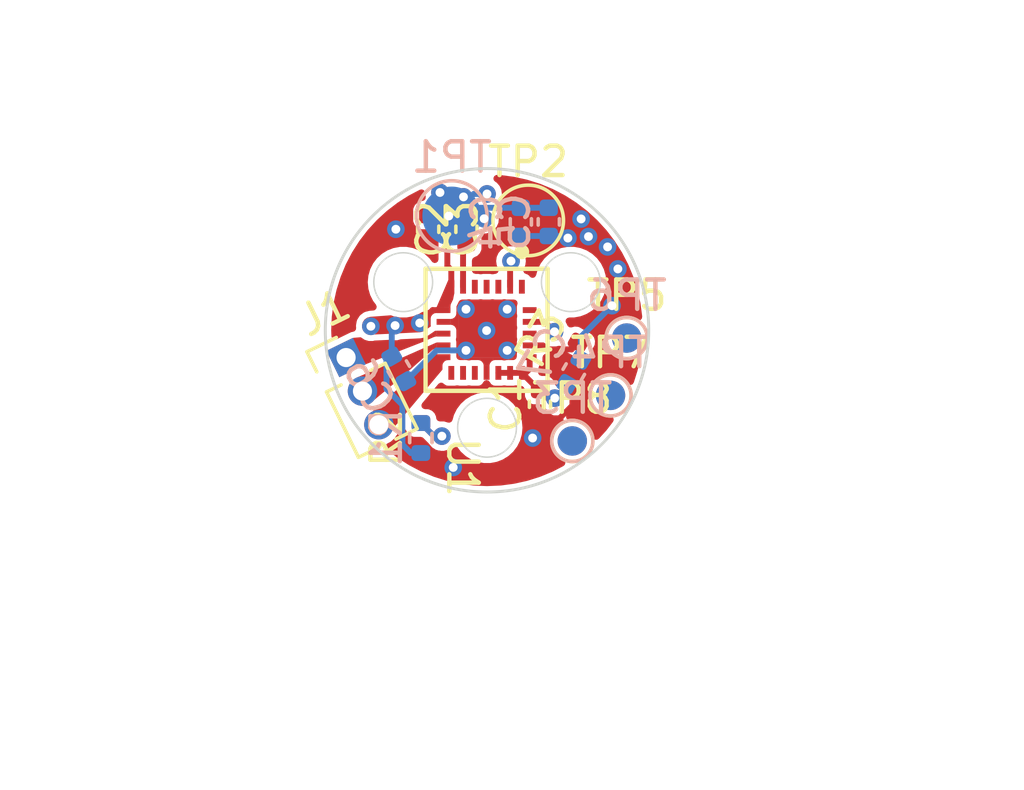
<source format=kicad_pcb>
(kicad_pcb (version 20240108) (generator "pcbnew") (generator_version "8.0")
  (layers (0 "F.Cu" signal) (1 "In1.Cu" signal) (2 "In2.Cu" signal) (31 "B.Cu" signal) (34 "B.Paste" user) (35 "F.Paste" user) (36 "B.SilkS" user "B.Silkscreen") (37 "F.SilkS" user "F.Silkscreen") (38 "B.Mask" user) (39 "F.Mask" user) (44 "Edge.Cuts" user))
  (net 0 "")
  (net 1 "+3.3V")
  (net 2 "GND")
  (net 3 "VDD")
  (net 4 "Net-(U1-CP)")
  (net 5 "Net-(J1-Pin_1)")
  (net 6 "Net-(J1-Pin_3)")
  (net 7 "Net-(J1-Pin_2)")
  (net 8 "Net-(U1-SLEEP_N)")
  (net 9 "Net-(U1-GAIN)")
  (net 10 "Net-(U1-SOA)")
  (net 11 "Net-(U1-SOB)")
  (net 12 "Net-(U1-INHA)")
  (net 13 "Net-(U1-SOC)")
  (net 14 "Net-(U1-INHB)")
  (net 15 "Net-(U1-INHC)")
  (footprint "Capacitor_SMD:C_0402_1005Metric" (layer "F.Cu") (at 173.1 102.95 90)
    (property "Reference" "C1" (at 0 -1.16 90) (layer "F.SilkS"))
    (property "Value" "4.7uF")
    (fp_line (start -0.107836 -0.36) (end 0.107836 -0.36) (stroke (width 0.12)) (layer "F.SilkS"))
    (fp_line (start -0.107836 0.36) (end 0.107836 0.36) (stroke (width 0.12)) (layer "F.SilkS"))
    (pad "1" smd roundrect (at -0.48 0 90) (size 0.56 0.62) (layers "F.Cu" "F.Paste" "F.Mask") (net 2 "GND"))
    (pad "2" smd roundrect (at 0.48 0 90) (size 0.56 0.62) (layers "F.Cu" "F.Paste" "F.Mask") (net 1 "+3.3V"))
  )
  (footprint "TestPoint:TestPoint_Pad_D2.0mm" (layer "F.Cu") (at 172.7 96.7)
    (property "Reference" "TP2" (at 0 -1.998 0) (layer "F.SilkS"))
    (property "Value" "GND")
    (fp_circle (center 0 0) (end 0 1.2) (stroke (width 0.12)) (fill none) (layer "F.SilkS"))
    (pad "1" smd circle (at 0 0) (size 2 2) (layers "F.Cu" "F.Mask") (net 2 "GND"))
  )
  (footprint "Capacitor_SMD:C_0402_1005Metric" (layer "F.Cu") (at 169.3 97 -90)
    (property "Reference" "C3" (at 0 -1.16 90) (layer "F.SilkS"))
    (property "Value" "0.1uF, 16v")
    (fp_line (start -0.107836 0.36) (end 0.107836 0.36) (stroke (width 0.12)) (layer "F.SilkS"))
    (fp_line (start -0.107836 -0.36) (end 0.107836 -0.36) (stroke (width 0.12)) (layer "F.SilkS"))
    (pad "1" smd roundrect (at -0.48 0 270) (size 0.56 0.62) (layers "F.Cu" "F.Paste" "F.Mask") (net 3 "VDD"))
    (pad "2" smd roundrect (at 0.48 0 270) (size 0.56 0.62) (layers "F.Cu" "F.Paste" "F.Mask") (net 2 "GND"))
  )
  (footprint "custom_Driver_Motor:DRV8311_0.3mmVias" (layer "F.Cu") (at 171.284999 100.419999 -90)
    (property "Reference" "U1" (at 4.6736 0.8128 -90) (layer "F.SilkS"))
    (property "Value" "DRV8311HRRWR")
    (fp_line (start -2.075 2.075) (end 2.075 2.075) (stroke (width 0.15)) (layer "F.SilkS"))
    (fp_line (start -2.075 2.075) (end -2.075 -2.075) (stroke (width 0.15)) (layer "F.SilkS"))
    (fp_line (start 2.075 2.075) (end 2.075 -2.075) (stroke (width 0.15)) (layer "F.SilkS"))
    (fp_line (start -2.075 -2.075) (end 2.075 -2.075) (stroke (width 0.15)) (layer "F.SilkS"))
    (fp_circle (center -2.65 -1.2) (end -2.524999 -1.2) (stroke (width 0.25)) (fill none) (layer "F.SilkS"))
    (pad "1" smd rect (at -1.465001 -1.2) (size 0.2 0.469999) (layers "F.Cu" "F.Paste" "F.Mask"))
    (pad "2" smd rect (at -1.465001 -0.800001) (size 0.2 0.469999) (layers "F.Cu" "F.Paste" "F.Mask") (net 1 "+3.3V"))
    (pad "3" smd rect (at -1.465001 -0.399999) (size 0.2 0.469999) (layers "F.Cu" "F.Paste" "F.Mask") (net 13 "Net-(U1-SOC)"))
    (pad "4" smd rect (at -1.465001 0) (size 0.2 0.469999) (layers "F.Cu" "F.Paste" "F.Mask") (net 11 "Net-(U1-SOB)"))
    (pad "5" smd rect (at -1.465001 0.399999) (size 0.2 0.469999) (layers "F.Cu" "F.Paste" "F.Mask") (net 10 "Net-(U1-SOA)"))
    (pad "6" smd rect (at -1.465001 0.800001) (size 0.2 0.469999) (layers "F.Cu" "F.Paste" "F.Mask") (net 4 "Net-(U1-CP)"))
    (pad "7" smd rect (at -1.465001 1.2) (size 0.2 0.469999) (layers "F.Cu" "F.Paste" "F.Mask") (net 3 "VDD"))
    (pad "8" smd rect (at -0.670001 1.465001 270) (size 0.2 0.469999) (layers "F.Cu" "F.Paste" "F.Mask") (net 3 "VDD"))
    (pad "9" smd rect (at -0.269999 1.465001 270) (size 0.2 0.469999) (layers "F.Cu" "F.Paste" "F.Mask") (net 2 "GND"))
    (pad "10" smd rect (at 0.13 1.465001 270) (size 0.2 0.469999) (layers "F.Cu" "F.Paste" "F.Mask") (net 5 "Net-(J1-Pin_1)"))
    (pad "11" smd rect (at 0.529999 1.465001 270) (size 0.2 0.469999) (layers "F.Cu" "F.Paste" "F.Mask") (net 7 "Net-(J1-Pin_2)"))
    (pad "12" smd rect (at 0.930001 1.465001 270) (size 0.2 0.469999) (layers "F.Cu" "F.Paste" "F.Mask") (net 6 "Net-(J1-Pin_3)"))
    (pad "13" smd rect (at 1.465001 1.2) (size 0.2 0.469999) (layers "F.Cu" "F.Paste" "F.Mask") (net 15 "Net-(U1-INHC)"))
    (pad "14" smd rect (at 1.465001 0.800001) (size 0.2 0.469999) (layers "F.Cu" "F.Paste" "F.Mask") (net 14 "Net-(U1-INHB)"))
    (pad "15" smd rect (at 1.465001 0.399999) (size 0.2 0.469999) (layers "F.Cu" "F.Paste" "F.Mask") (net 12 "Net-(U1-INHA)"))
    (pad "16" smd rect (at 1.465001 0) (size 0.2 0.469999) (layers "F.Cu" "F.Paste" "F.Mask") (net 2 "GND"))
    (pad "17" smd rect (at 1.465001 -0.399999) (size 0.2 0.469999) (layers "F.Cu" "F.Paste" "F.Mask") (net 1 "+3.3V"))
    (pad "18" smd rect (at 1.465001 -0.800001) (size 0.2 0.469999) (layers "F.Cu" "F.Paste" "F.Mask") (net 1 "+3.3V"))
    (pad "19" smd rect (at 1.465001 -1.2) (size 0.2 0.469999) (layers "F.Cu" "F.Paste" "F.Mask") (net 1 "+3.3V"))
    (pad "20" smd rect (at 0.930001 -1.465001 270) (size 0.2 0.469999) (layers "F.Cu" "F.Paste" "F.Mask") (net 1 "+3.3V"))
    (pad "21" smd rect (at 0.529999 -1.465001 270) (size 0.2 0.469999) (layers "F.Cu" "F.Paste" "F.Mask") (net 9 "Net-(U1-GAIN)"))
    (pad "22" smd rect (at 0.13 -1.465001 270) (size 0.2 0.469999) (layers "F.Cu" "F.Paste" "F.Mask"))
    (pad "23" smd rect (at -0.269999 -1.465001 270) (size 0.2 0.469999) (layers "F.Cu" "F.Paste" "F.Mask") (net 1 "+3.3V"))
    (pad "24" smd rect (at -0.670001 -1.465001 270) (size 0.2 0.469999) (layers "F.Cu" "F.Paste" "F.Mask") (net 8 "Net-(U1-SLEEP_N)"))
    (pad "25" thru_hole circle (at -0.700001 -0.700001 270) (size 0.6 0.6) (drill 0.3) (layers "*.Cu" "*.Mask") (net 2 "GND"))
    (pad "25" thru_hole circle (at -0.700001 0.700001 270) (size 0.6 0.6) (drill 0.3) (layers "*.Cu" "*.Mask") (net 2 "GND"))
    (pad "25" smd rect (at 0 0 270) (size 1.899999 1.899999) (layers "F.Cu" "F.Mask") (net 2 "GND"))
    (pad "25" thru_hole circle (at 0.0254 0 270) (size 0.6 0.6) (drill 0.3) (layers "*.Cu" "*.Mask") (net 2 "GND"))
    (pad "25" thru_hole circle (at 0.700001 -0.700001 270) (size 0.6 0.6) (drill 0.3) (layers "*.Cu" "*.Mask") (net 2 "GND"))
    (pad "25" thru_hole circle (at 0.700001 0.700001 270) (size 0.6 0.6) (drill 0.3) (layers "*.Cu" "*.Mask") (net 2 "GND"))
  )
  (footprint "TestPoint:TestPoint_Pad_D1.0mm" (layer "F.Cu") (at 175.5 102.65)
    (property "Reference" "TP7" (at 0 -1.448 0) (layer "F.SilkS"))
    (property "Value" "B")
    (fp_circle (center 0 0) (end 0 0.7) (stroke (width 0.12)) (fill none) (layer "F.SilkS"))
    (pad "1" smd circle (at 0 0) (size 1 1) (layers "F.Cu" "F.Mask") (net 14 "Net-(U1-INHB)"))
  )
  (footprint "TestPoint:TestPoint_Pad_D1.0mm" (layer "F.Cu") (at 174.2 104.2)
    (property "Reference" "TP8" (at 0 -1.448 0) (layer "F.SilkS"))
    (property "Value" "C")
    (fp_circle (center 0 0) (end 0 0.7) (stroke (width 0.12)) (fill none) (layer "F.SilkS"))
    (pad "1" smd circle (at 0 0) (size 1 1) (layers "F.Cu" "F.Mask") (net 15 "Net-(U1-INHC)"))
  )
  (footprint "Resistor_SMD:R_0402_1005Metric" (layer "F.Cu") (at 174.15 101.3 60)
    (property "Reference" "R3" (at 0 -1.17 60) (layer "F.SilkS"))
    (property "Value" "47k")
    (fp_line (start -0.153641 -0.38) (end 0.153641 -0.38) (stroke (width 0.12)) (layer "F.SilkS"))
    (fp_line (start -0.153641 0.38) (end 0.153641 0.38) (stroke (width 0.12)) (layer "F.SilkS"))
    (pad "1" smd roundrect (at -0.51 0 60) (size 0.54 0.64) (layers "F.Cu" "F.Paste" "F.Mask") (net 2 "GND"))
    (pad "2" smd roundrect (at 0.51 0 60) (size 0.54 0.64) (layers "F.Cu" "F.Paste" "F.Mask") (net 9 "Net-(U1-GAIN)"))
  )
  (footprint "Capacitor_SMD:C_0402_1005Metric" (layer "F.Cu") (at 170.6 97 90)
    (property "Reference" "C2" (at 0 -1.16 90) (layer "F.SilkS"))
    (property "Value" "0.1uF, 16v")
    (fp_line (start -0.107836 -0.36) (end 0.107836 -0.36) (stroke (width 0.12)) (layer "F.SilkS"))
    (fp_line (start -0.107836 0.36) (end 0.107836 0.36) (stroke (width 0.12)) (layer "F.SilkS"))
    (pad "1" smd roundrect (at -0.48 0 90) (size 0.56 0.62) (layers "F.Cu" "F.Paste" "F.Mask") (net 4 "Net-(U1-CP)"))
    (pad "2" smd roundrect (at 0.48 0 90) (size 0.56 0.62) (layers "F.Cu" "F.Paste" "F.Mask") (net 3 "VDD"))
  )
  (footprint "TestPoint:TestPoint_Pad_D1.0mm" (layer "F.Cu") (at 176.05 100.7)
    (property "Reference" "TP5" (at 0 -1.448 0) (layer "F.SilkS"))
    (property "Value" "A")
    (fp_circle (center 0 0) (end 0 0.7) (stroke (width 0.12)) (fill none) (layer "F.SilkS"))
    (pad "1" smd circle (at 0 0) (size 1 1) (layers "F.Cu" "F.Mask") (net 12 "Net-(U1-INHA)"))
  )
  (footprint "Connector_PinHeader_1.27mm:PinHeader_1x03_P1.27mm_Vertical" (layer "F.Cu") (at 166.507516 101.363417 26)
    (property "Reference" "J1" (at 0 -1.695 26) (layer "F.SilkS"))
    (property "Value" "1mm pitch board edge")
    (fp_line (start -1.109999 -0.76) (end 0 -0.76) (stroke (width 0.12)) (layer "F.SilkS"))
    (fp_line (start -1.11 0) (end -1.109999 -0.76) (stroke (width 0.12)) (layer "F.SilkS"))
    (fp_line (start -1.11 0.76) (end -0.563471 0.76) (stroke (width 0.12)) (layer "F.SilkS"))
    (fp_line (start -1.11 0.76) (end -1.11 3.235) (stroke (width 0.12)) (layer "F.SilkS"))
    (fp_line (start -1.11 3.235) (end -0.30753 3.235) (stroke (width 0.12)) (layer "F.SilkS"))
    (fp_line (start 0.563471 0.76) (end 1.109999 0.76) (stroke (width 0.12)) (layer "F.SilkS"))
    (fp_line (start 1.109999 0.76) (end 1.11 3.235) (stroke (width 0.12)) (layer "F.SilkS"))
    (fp_line (start 0.30753 3.235) (end 1.11 3.235) (stroke (width 0.12)) (layer "F.SilkS"))
    (pad "1" thru_hole rect (at 0 0 26) (size 1 1) (drill 0.65) (layers "*.Cu" "*.Mask") (net 5 "Net-(J1-Pin_1)"))
    (pad "2" thru_hole oval (at 0 1.269999 26) (size 1 1) (drill 0.65) (layers "*.Cu" "*.Mask") (net 7 "Net-(J1-Pin_2)"))
    (pad "3" thru_hole oval (at 0 2.54 26) (size 1 1) (drill 0.65) (layers "*.Cu" "*.Mask") (net 6 "Net-(J1-Pin_3)"))
  )
  (footprint "Resistor_SMD:R_0402_1005Metric" (layer "F.Cu") (at 169.05 104.1 90)
    (property "Reference" "R2" (at 0 -1.17 90) (layer "F.SilkS"))
    (property "Value" "300k")
    (fp_line (start -0.153641 -0.38) (end 0.153641 -0.38) (stroke (width 0.12)) (layer "F.SilkS"))
    (fp_line (start -0.153641 0.38) (end 0.153641 0.38) (stroke (width 0.12)) (layer "F.SilkS"))
    (pad "1" smd roundrect (at -0.509999 0 90) (size 0.54 0.64) (layers "F.Cu" "F.Paste" "F.Mask") (net 2 "GND"))
    (pad "2" smd roundrect (at 0.509999 0 90) (size 0.54 0.64) (layers "F.Cu" "F.Paste" "F.Mask") (net 8 "Net-(U1-SLEEP_N)"))
  )
  (footprint "Resistor_SMD:R_0402_1005Metric" (layer "B.Cu") (at 169.05 104.1 -90)
    (property "Reference" "R1" (at 0 1.17 90) (layer "B.SilkS") (effects (justify mirror)))
    (property "Value" "100k")
    (fp_line (start 0.15364 0.38) (end -0.153641 0.380001) (stroke (width 0.12)) (layer "B.SilkS"))
    (fp_line (start 0.153641 -0.380001) (end -0.15364 -0.38) (stroke (width 0.12)) (layer "B.SilkS"))
    (pad "1" smd roundrect (at -0.509999 0 270) (size 0.54 0.64) (layers "B.Cu" "B.Paste" "B.Mask") (net 8 "Net-(U1-SLEEP_N)"))
    (pad "2" smd roundrect (at 0.509999 0 270) (size 0.54 0.64) (layers "B.Cu" "B.Paste" "B.Mask") (net 3 "VDD"))
  )
  (footprint "Capacitor_SMD:C_0402_1005Metric" (layer "B.Cu") (at 174.25 101.85 -120)
    (property "Reference" "C7" (at 0 1.16 60) (layer "B.SilkS") (effects (justify mirror)))
    (property "Value" "0.1uF")
    (fp_line (start 0.107836 0.36) (end -0.107836 0.36) (stroke (width 0.12)) (layer "B.SilkS"))
    (fp_line (start 0.107836 -0.36) (end -0.107836 -0.36) (stroke (width 0.12)) (layer "B.SilkS"))
    (pad "1" smd roundrect (at -0.48 0 240) (size 0.56 0.62) (layers "B.Cu" "B.Paste" "B.Mask") (net 2 "GND"))
    (pad "2" smd roundrect (at 0.48 0 240) (size 0.56 0.62) (layers "B.Cu" "B.Paste" "B.Mask") (net 1 "+3.3V"))
  )
  (footprint "TestPoint:TestPoint_Pad_D1.0mm" (layer "B.Cu") (at 174.2 104.2 180)
    (property "Reference" "TP3" (at 0 1.448 0) (layer "B.SilkS") (effects (justify mirror)))
    (property "Value" "CSA-A")
    (fp_circle (center 0 0) (end 0 -0.7) (stroke (width 0.12)) (fill none) (layer "B.SilkS"))
    (pad "1" smd circle (at 0 0 180) (size 1 1) (layers "B.Cu" "B.Mask") (net 10 "Net-(U1-SOA)"))
  )
  (footprint "Capacitor_SMD:C_0402_1005Metric" (layer "B.Cu") (at 173.4 96.75 -90)
    (property "Reference" "C5" (at 0 1.16 90) (layer "B.SilkS") (effects (justify mirror)))
    (property "Value" "22uF")
    (fp_line (start 0.107836 0.36) (end -0.107836 0.36) (stroke (width 0.12)) (layer "B.SilkS"))
    (fp_line (start 0.107836 -0.36) (end -0.107836 -0.36) (stroke (width 0.12)) (layer "B.SilkS"))
    (pad "1" smd roundrect (at -0.48 0 270) (size 0.56 0.62) (layers "B.Cu" "B.Paste" "B.Mask") (net 3 "VDD"))
    (pad "2" smd roundrect (at 0.48 0 270) (size 0.56 0.62) (layers "B.Cu" "B.Paste" "B.Mask") (net 2 "GND"))
  )
  (footprint "Capacitor_SMD:C_0402_1005Metric" (layer "B.Cu") (at 168.3 101.75 -60)
    (property "Reference" "C6" (at 0 1.16 120) (layer "B.SilkS") (effects (justify mirror)))
    (property "Value" "0.1uF, 16v")
    (fp_line (start 0.107836 0.36) (end -0.107836 0.36) (stroke (width 0.12)) (layer "B.SilkS"))
    (fp_line (start 0.107836 -0.36) (end -0.107836 -0.36) (stroke (width 0.12)) (layer "B.SilkS"))
    (pad "1" smd roundrect (at -0.48 0 300) (size 0.56 0.62) (layers "B.Cu" "B.Paste" "B.Mask") (net 3 "VDD"))
    (pad "2" smd roundrect (at 0.48 0 300) (size 0.56 0.62) (layers "B.Cu" "B.Paste" "B.Mask") (net 2 "GND"))
  )
  (footprint "TestPoint:TestPoint_Pad_D2.0mm" (layer "B.Cu") (at 170.1 96.55 180)
    (property "Reference" "TP1" (at 0 1.998 0) (layer "B.SilkS") (effects (justify mirror)))
    (property "Value" "Power")
    (fp_circle (center 0 0) (end 0 -1.2) (stroke (width 0.12)) (fill none) (layer "B.SilkS"))
    (pad "1" smd circle (at 0 0 180) (size 2 2) (layers "B.Cu" "B.Mask") (net 3 "VDD"))
  )
  (footprint "Capacitor_SMD:C_0402_1005Metric" (layer "B.Cu") (at 172.45 96.75 -90)
    (property "Reference" "C4" (at 0 1.16 90) (layer "B.SilkS") (effects (justify mirror)))
    (property "Value" "22uF")
    (fp_line (start 0.107836 0.36) (end -0.107836 0.36) (stroke (width 0.12)) (layer "B.SilkS"))
    (fp_line (start 0.107836 -0.36) (end -0.107836 -0.36) (stroke (width 0.12)) (layer "B.SilkS"))
    (pad "1" smd roundrect (at -0.48 0 270) (size 0.56 0.62) (layers "B.Cu" "B.Paste" "B.Mask") (net 3 "VDD"))
    (pad "2" smd roundrect (at 0.48 0 270) (size 0.56 0.62) (layers "B.Cu" "B.Paste" "B.Mask") (net 2 "GND"))
  )
  (footprint "TestPoint:TestPoint_Pad_D1.0mm" (layer "B.Cu") (at 176.05 100.7 180)
    (property "Reference" "TP6" (at 0 1.448 0) (layer "B.SilkS") (effects (justify mirror)))
    (property "Value" "CSA-C")
    (fp_circle (center 0 0) (end 0 -0.7) (stroke (width 0.12)) (fill none) (layer "B.SilkS"))
    (pad "1" smd circle (at 0 0 180) (size 1 1) (layers "B.Cu" "B.Mask") (net 13 "Net-(U1-SOC)"))
  )
  (footprint "TestPoint:TestPoint_Pad_D1.0mm" (layer "B.Cu") (at 175.5 102.65 180)
    (property "Reference" "TP4" (at 0 1.448 0) (layer "B.SilkS") (effects (justify mirror)))
    (property "Value" "CSA-B")
    (fp_circle (center 0 0) (end 0 -0.7) (stroke (width 0.12)) (fill none) (layer "B.SilkS"))
    (pad "1" smd circle (at 0 0 180) (size 1 1) (layers "B.Cu" "B.Mask") (net 11 "Net-(U1-SOB)"))
  )
  (gr_circle (center 168.45 98.8) (end 169.45 98.8) (stroke (width 0.05)) (fill none) (layer "Edge.Cuts"))
  (gr_circle (center 174.15 98.8) (end 175.15 98.8) (stroke (width 0.05)) (fill none) (layer "Edge.Cuts"))
  (gr_circle (center 171.3 103.75) (end 172.3 103.75) (stroke (width 0.05)) (fill none) (layer "Edge.Cuts"))
  (gr_circle (center 171.299478 100.43644) (end 176.799478 100.43644) (stroke (width 0.1)) (fill none) (layer "Edge.Cuts"))
  (segment (start 172.115539 98.081453) (end 172.085 98.111992) (width 0.2) (layer "F.Cu") (net 1))
  (segment (start 173.593035 100.485674) (end 173.257361 100.15) (width 0.2) (layer "F.Cu") (net 1))
  (segment (start 172.75 101.75) (end 172.75 101.35) (width 0.2) (layer "F.Cu") (net 1))
  (segment (start 173.1 102.47) (end 173.069999 102.47) (width 0.2) (layer "F.Cu") (net 1))
  (segment (start 173.069999 102.47) (end 172.484999 101.885) (width 0.2) (layer "F.Cu") (net 1))
  (segment (start 173.373643 102.743643) (end 173.1 102.47) (width 0.2) (layer "F.Cu") (net 1))
  (segment (start 172.085 98.111992) (end 172.085 98.954998) (width 0.2) (layer "F.Cu") (net 1))
  (segment (start 171.684998 101.885) (end 172.484999 101.885) (width 0.2) (layer "F.Cu") (net 1))
  (segment (start 173.60429 102.743643) (end 173.373643 102.743643) (width 0.2) (layer "F.Cu") (net 1))
  (segment (start 172.484999 101.885) (end 172.615 101.885) (width 0.2) (layer "F.Cu") (net 1))
  (segment (start 172.615 101.885) (end 172.75 101.75) (width 0.2) (layer "F.Cu") (net 1))
  (segment (start 173.257361 100.15) (end 172.75 100.15) (width 0.2) (layer "F.Cu") (net 1))
  (via (at 172.115539 98.081453) (size 0.6) (drill 0.3) (layers "F.Cu" "B.Cu") (net 1))
  (via (at 173.60429 102.743643) (size 0.6) (drill 0.3) (layers "F.Cu" "B.Cu") (net 1))
  (via (at 173.593035 100.485674) (size 0.6) (drill 0.3) (layers "F.Cu" "B.Cu") (net 1))
  (segment (start 173.60429 102.743643) (end 174.01 102.337933) (width 0.2) (layer "B.Cu") (net 1))
  (segment (start 174.01 102.337933) (end 174.01 102.265692) (width 0.2) (layer "B.Cu") (net 1))
  (segment (start 174.20429 102.992172) (end 174.20429 102.050963) (width 0.2) (layer "F.Cu") (net 2))
  (segment (start 173.1 103.43) (end 173.766462 103.43) (width 0.2) (layer "F.Cu") (net 2))
  (segment (start 169.4 104.63) (end 169.68 104.63) (width 0.2) (layer "F.Cu") (net 2))
  (segment (start 169.68 104.63) (end 170.15 105.1) (width 0.2) (layer "F.Cu") (net 2))
  (segment (start 169.3 97.48) (end 168.68 97.48) (width 0.2) (layer "F.Cu") (net 2))
  (segment (start 172.85 104.1) (end 172.989376 103.960624) (width 0.2) (layer "F.Cu") (net 2))
  (segment (start 172.989376 103.960624) (end 172.989376 103.260624) (width 0.2) (layer "F.Cu") (net 2))
  (segment (start 168.68 97.48) (end 168.2 97) (width 0.2) (layer "F.Cu") (net 2))
  (segment (start 173.766462 103.43) (end 174.20429 102.992172) (width 0.2) (layer "F.Cu") (net 2))
  (segment (start 174.20429 102.050963) (end 173.895 101.741673) (width 0.2) (layer "F.Cu") (net 2))
  (segment (start 170.915 100.25) (end 171.184999 100.519999) (width 0.2) (layer "F.Cu") (net 2))
  (via (at 175.55 99.6) (size 0.6) (drill 0.3) (layers "F.Cu" "B.Cu") (net 2))
  (via (at 175.75 98.35) (size 0.6) (drill 0.3) (layers "F.Cu" "B.Cu") (net 2))
  (via (at 168.2 97) (size 0.6) (drill 0.3) (layers "F.Cu" "B.Cu") (net 2))
  (via (at 175.4 97.6) (size 0.6) (drill 0.3) (layers "F.Cu" "B.Cu") (net 2))
  (via (at 174.5 96.65) (size 0.6) (drill 0.3) (layers "F.Cu" "B.Cu") (net 2))
  (via (at 170.15 105.1) (size 0.6) (drill 0.3) (layers "F.Cu" "B.Cu") (net 2))
  (via (at 174.05 97.3) (size 0.6) (drill 0.3) (layers "F.Cu" "B.Cu") (net 2))
  (via (at 172.85 104.1) (size 0.6) (drill 0.3) (layers "F.Cu" "B.Cu") (net 2))
  (via (at 174.75 97.25) (size 0.6) (drill 0.3) (layers "F.Cu" "B.Cu") (net 2))
  (segment (start 168.54 102.165692) (end 169.585692 101.12) (width 0.2) (layer "B.Cu") (net 2))
  (segment (start 174.49 100.66) (end 174.49 101.434308) (width 0.2) (layer "B.Cu") (net 2))
  (segment (start 169.585692 101.12) (end 170.584998 101.12) (width 0.2) (layer "B.Cu") (net 2))
  (segment (start 172.45 97.23) (end 173.98 97.23) (width 0.2) (layer "B.Cu") (net 2))
  (segment (start 175.55 99.6) (end 174.49 100.66) (width 0.2) (layer "B.Cu") (net 2))
  (segment (start 173.98 97.23) (end 174.05 97.3) (width 0.2) (layer "B.Cu") (net 2))
  (segment (start 170.084999 98.384999) (end 169.95 98.25) (width 0.2) (layer "F.Cu") (net 3))
  (segment (start 169.95 98.25) (end 169.95 97.17) (width 0.2) (layer "F.Cu") (net 3))
  (segment (start 170.72235 96.64235) (end 170.6 96.52) (width 0.2) (layer "F.Cu") (net 3))
  (segment (start 170.084999 98.954998) (end 170.084999 98.384999) (width 0.2) (layer "F.Cu") (net 3))
  (segment (start 170 96.55) (end 170.57 96.55) (width 0.2) (layer "F.Cu") (net 3))
  (segment (start 169.819998 99.749998) (end 169.450583 99.749998) (width 0.2) (layer "F.Cu") (net 3))
  (segment (start 170.57 96.55) (end 170.6 96.52) (width 0.2) (layer "F.Cu") (net 3))
  (segment (start 169.33 96.55) (end 169.3 96.52) (width 0.2) (layer "F.Cu") (net 3))
  (segment (start 170 96.55) (end 169.33 96.55) (width 0.2) (layer "F.Cu") (net 3))
  (segment (start 171.201106 96.64235) (end 170.72235 96.64235) (width 0.2) (layer "F.Cu") (net 3))
  (segment (start 169.450583 99.749998) (end 169.011822 100.188759) (width 0.2) (layer "F.Cu") (net 3))
  (segment (start 169.95 97.17) (end 170.6 96.52) (width 0.2) (layer "F.Cu") (net 3))
  (via (at 171.201106 96.64235) (size 0.6) (drill 0.3) (layers "F.Cu" "B.Cu") (net 3))
  (via (at 170.5 95.9) (size 0.6) (drill 0.3) (layers "F.Cu" "B.Cu") (net 3))
  (via (at 170 96.55) (size 0.6) (drill 0.3) (layers "F.Cu" "B.Cu") (net 3))
  (via (at 167.35 100.3) (size 0.6) (drill 0.3) (layers "F.Cu" "B.Cu") (net 3))
  (via (at 168.173888 100.275323) (size 0.6) (drill 0.3) (layers "F.Cu" "B.Cu") (net 3))
  (via (at 169.011822 100.188759) (size 0.6) (drill 0.3) (layers "F.Cu" "B.Cu") (net 3))
  (via (at 171.3 95.8) (size 0.6) (drill 0.3) (layers "F.Cu" "B.Cu") (net 3))
  (via (at 169.7 95.75) (size 0.6) (drill 0.3) (layers "F.Cu" "B.Cu") (net 3))
  (segment (start 170.1 96.55) (end 170.2 96.65) (width 0.2) (layer "B.Cu") (net 3))
  (segment (start 173.4 96.27) (end 170.7 96.27) (width 0.2) (layer "B.Cu") (net 3))
  (segment (start 168.420979 102.970979) (end 167.881254 102.431254) (width 0.2) (layer "B.Cu") (net 3))
  (segment (start 170.7 96.27) (end 170.38 96.27) (width 0.2) (layer "B.Cu") (net 3))
  (segment (start 168.420979 104.320979) (end 168.420979 102.970979) (width 0.2) (layer "B.Cu") (net 3))
  (segment (start 170.38 96.27) (end 170.1 96.55) (width 0.2) (layer "B.Cu") (net 3))
  (segment (start 171.3 95.8) (end 170.85 95.8) (width 0.2) (layer "B.Cu") (net 3))
  (segment (start 167.881254 102.431254) (end 167.881254 101.513054) (width 0.2) (layer "B.Cu") (net 3))
  (segment (start 169.05 104.609999) (end 168.709999 104.609999) (width 0.2) (layer "B.Cu") (net 3))
  (segment (start 167.881254 101.513054) (end 168.06 101.334308) (width 0.2) (layer "B.Cu") (net 3))
  (segment (start 168.06 101.334308) (end 168.06 100.389211) (width 0.2) (layer "B.Cu") (net 3))
  (segment (start 168.173888 100.275323) (end 168.260452 100.188759) (width 0.2) (layer "B.Cu") (net 3))
  (segment (start 170.85 95.8) (end 170.1 96.55) (width 0.2) (layer "B.Cu") (net 3))
  (segment (start 168.709999 104.609999) (end 168.420979 104.320979) (width 0.2) (layer "B.Cu") (net 3))
  (segment (start 168.06 100.389211) (end 168.173888 100.275323) (width 0.2) (layer "B.Cu") (net 3))
  (segment (start 170.484998 98.954998) (end 170.484998 97.595002) (width 0.2) (layer "F.Cu") (net 4))
  (segment (start 170.484998 97.595002) (end 170.6 97.48) (width 0.2) (layer "F.Cu") (net 4))
  (segment (start 169.495949 104.03595) (end 169.05 103.590001) (width 0.2) (layer "F.Cu") (net 8))
  (segment (start 169.764295 104.03595) (end 169.495949 104.03595) (width 0.2) (layer "F.Cu") (net 8))
  (via (at 169.764295 104.03595) (size 0.6) (drill 0.3) (layers "F.Cu" "B.Cu") (net 8))
  (segment (start 169.495949 104.03595) (end 169.05 103.590001) (width 0.2) (layer "B.Cu") (net 8))
  (segment (start 169.764295 104.03595) (end 169.495949 104.03595) (width 0.2) (layer "B.Cu") (net 8))
  (segment (start 173.331472 101.085674) (end 173.195796 100.949998) (width 0.2) (layer "F.Cu") (net 9))
  (segment (start 173.195796 100.949998) (end 172.75 100.949998) (width 0.2) (layer "F.Cu") (net 9))
  (segment (start 174.405 100.858327) (end 174.177653 101.085674) (width 0.2) (layer "F.Cu") (net 9))
  (segment (start 174.177653 101.085674) (end 173.331472 101.085674) (width 0.2) (layer "F.Cu") (net 9))
  (zone (net 5) (net_name "Net-(J1-Pin_1)") (layer "F.Cu") (priority 5) (connect_pads yes (clearance 0.025)) (min_thickness 0.025) (fill yes (thermal_gap 0.5) (thermal_bridge_width 0.5))
    (polygon (pts (xy 166.737727 100.694834) (xy 169.584998 100.449999) (xy 169.584998 100.649999) (xy 167.15 101.6)))
  )
  (zone (net 2) (net_name "GND") (layer "F.Cu") (priority 3) (connect_pads yes (clearance 0.1)) (min_thickness 0.1) (fill yes (thermal_gap 0.5) (thermal_bridge_width 0.5))
    (polygon (pts (xy 170.054998 100.05) (xy 170.334999 99.469999) (xy 170.334999 101.369999) (xy 170.054998 100.25)))
  )
  (zone (net 6) (net_name "Net-(J1-Pin_3)") (layer "F.Cu") (priority 7) (connect_pads yes (clearance 0.025)) (min_thickness 0.025) (fill yes (thermal_gap 0.5) (thermal_bridge_width 0.5))
    (polygon (pts (xy 167.401793 103.196957) (xy 169.584998 101.25) (xy 170.054998 101.45) (xy 167.840165 104.095751)))
  )
  (zone (net 3) (net_name "VDD") (layer "F.Cu") (priority 8) (connect_pads yes (clearance 0.025)) (min_thickness 0.025) (fill yes (thermal_gap 0.5) (thermal_bridge_width 0.5) (smoothing fillet) (radius 0.3))
    (polygon (pts (xy 170.054998 99.849998) (xy 169.1 100.5) (xy 167.05 100.6) (xy 167.05 100) (xy 169 99.85) (xy 169.584998 99.649998) (xy 170.054998 99.649998)))
  )
  (zone (net 7) (net_name "Net-(J1-Pin_2)") (layer "F.Cu") (priority 6) (connect_pads yes (clearance 0.025)) (min_thickness 0.025) (fill yes (thermal_gap 0.5) (thermal_bridge_width 0.5))
    (polygon (pts (xy 166.845061 102.055488) (xy 169.584998 100.849998) (xy 169.584998 101.049998) (xy 167.283433 102.954282)))
  )
  (zone (net 3) (net_name "VDD") (layer "F.Cu") (priority 2) (connect_pads yes (clearance 0.1)) (min_thickness 0.1) (fill yes (thermal_gap 0.5) (thermal_bridge_width 0.5))
    (polygon (pts (xy 170.184999 99.189998) (xy 170.054998 99.849998) (xy 169.584998 99.849998) (xy 169.584998 99.649998) (xy 169.984999 98.719998) (xy 170.184999 98.719998)))
  )
  (zone (net 2) (net_name "GND") (layer "F.Cu") (priority 4) (connect_pads yes (clearance 0.1)) (min_thickness 0.1) (fill yes (thermal_gap 0.5) (thermal_bridge_width 0.5))
    (polygon (pts (xy 171.384999 101.65) (xy 172.234999 101.369999) (xy 170.334999 101.369999) (xy 171.184999 101.65)))
  )
  (zone (net 2) (net_name "GND") (layers "F.Cu" "In1.Cu") (connect_pads yes (clearance 0.2)) (min_thickness 0.25) (fill yes (thermal_gap 0.5) (thermal_bridge_width 0.5))
    (polygon (pts (xy 178.8 93.65) (xy 164.35 93.65) (xy 164.4 107.7) (xy 178.75 107.55)))
  )
)
</source>
